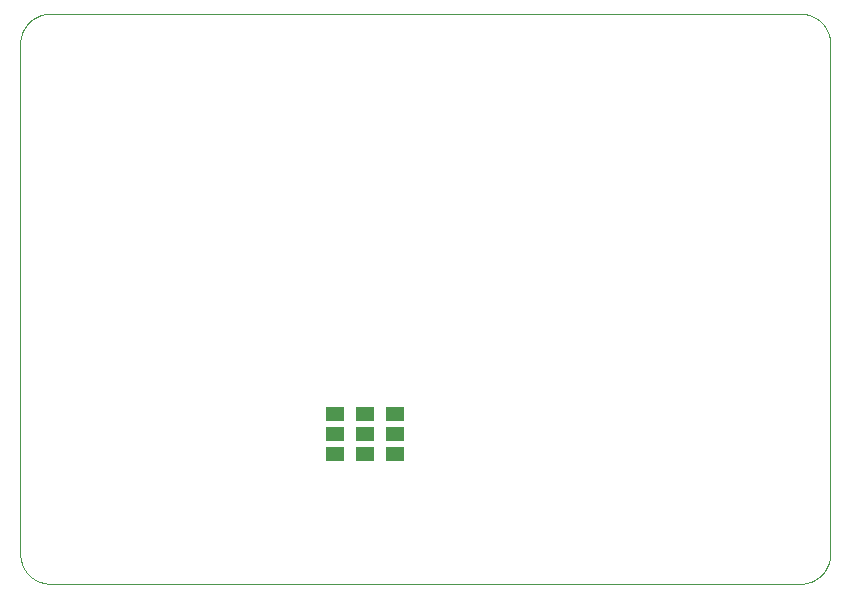
<source format=gbp>
G75*
%MOIN*%
%OFA0B0*%
%FSLAX25Y25*%
%IPPOS*%
%LPD*%
%AMOC8*
5,1,8,0,0,1.08239X$1,22.5*
%
%ADD10C,0.00000*%
%ADD11R,0.05906X0.05118*%
D10*
X0027919Y0011500D02*
X0277919Y0011500D01*
X0278161Y0011503D01*
X0278402Y0011512D01*
X0278643Y0011526D01*
X0278884Y0011547D01*
X0279124Y0011573D01*
X0279364Y0011605D01*
X0279603Y0011643D01*
X0279840Y0011686D01*
X0280077Y0011736D01*
X0280312Y0011791D01*
X0280546Y0011851D01*
X0280778Y0011918D01*
X0281009Y0011989D01*
X0281238Y0012067D01*
X0281465Y0012150D01*
X0281690Y0012238D01*
X0281913Y0012332D01*
X0282133Y0012431D01*
X0282351Y0012536D01*
X0282566Y0012645D01*
X0282779Y0012760D01*
X0282989Y0012880D01*
X0283195Y0013005D01*
X0283399Y0013135D01*
X0283600Y0013270D01*
X0283797Y0013410D01*
X0283991Y0013554D01*
X0284181Y0013703D01*
X0284367Y0013857D01*
X0284550Y0014015D01*
X0284729Y0014177D01*
X0284904Y0014344D01*
X0285075Y0014515D01*
X0285242Y0014690D01*
X0285404Y0014869D01*
X0285562Y0015052D01*
X0285716Y0015238D01*
X0285865Y0015428D01*
X0286009Y0015622D01*
X0286149Y0015819D01*
X0286284Y0016020D01*
X0286414Y0016224D01*
X0286539Y0016430D01*
X0286659Y0016640D01*
X0286774Y0016853D01*
X0286883Y0017068D01*
X0286988Y0017286D01*
X0287087Y0017506D01*
X0287181Y0017729D01*
X0287269Y0017954D01*
X0287352Y0018181D01*
X0287430Y0018410D01*
X0287501Y0018641D01*
X0287568Y0018873D01*
X0287628Y0019107D01*
X0287683Y0019342D01*
X0287733Y0019579D01*
X0287776Y0019816D01*
X0287814Y0020055D01*
X0287846Y0020295D01*
X0287872Y0020535D01*
X0287893Y0020776D01*
X0287907Y0021017D01*
X0287916Y0021258D01*
X0287919Y0021500D01*
X0287919Y0191500D01*
X0287916Y0191742D01*
X0287907Y0191983D01*
X0287893Y0192224D01*
X0287872Y0192465D01*
X0287846Y0192705D01*
X0287814Y0192945D01*
X0287776Y0193184D01*
X0287733Y0193421D01*
X0287683Y0193658D01*
X0287628Y0193893D01*
X0287568Y0194127D01*
X0287501Y0194359D01*
X0287430Y0194590D01*
X0287352Y0194819D01*
X0287269Y0195046D01*
X0287181Y0195271D01*
X0287087Y0195494D01*
X0286988Y0195714D01*
X0286883Y0195932D01*
X0286774Y0196147D01*
X0286659Y0196360D01*
X0286539Y0196570D01*
X0286414Y0196776D01*
X0286284Y0196980D01*
X0286149Y0197181D01*
X0286009Y0197378D01*
X0285865Y0197572D01*
X0285716Y0197762D01*
X0285562Y0197948D01*
X0285404Y0198131D01*
X0285242Y0198310D01*
X0285075Y0198485D01*
X0284904Y0198656D01*
X0284729Y0198823D01*
X0284550Y0198985D01*
X0284367Y0199143D01*
X0284181Y0199297D01*
X0283991Y0199446D01*
X0283797Y0199590D01*
X0283600Y0199730D01*
X0283399Y0199865D01*
X0283195Y0199995D01*
X0282989Y0200120D01*
X0282779Y0200240D01*
X0282566Y0200355D01*
X0282351Y0200464D01*
X0282133Y0200569D01*
X0281913Y0200668D01*
X0281690Y0200762D01*
X0281465Y0200850D01*
X0281238Y0200933D01*
X0281009Y0201011D01*
X0280778Y0201082D01*
X0280546Y0201149D01*
X0280312Y0201209D01*
X0280077Y0201264D01*
X0279840Y0201314D01*
X0279603Y0201357D01*
X0279364Y0201395D01*
X0279124Y0201427D01*
X0278884Y0201453D01*
X0278643Y0201474D01*
X0278402Y0201488D01*
X0278161Y0201497D01*
X0277919Y0201500D01*
X0027919Y0201500D01*
X0027677Y0201497D01*
X0027436Y0201488D01*
X0027195Y0201474D01*
X0026954Y0201453D01*
X0026714Y0201427D01*
X0026474Y0201395D01*
X0026235Y0201357D01*
X0025998Y0201314D01*
X0025761Y0201264D01*
X0025526Y0201209D01*
X0025292Y0201149D01*
X0025060Y0201082D01*
X0024829Y0201011D01*
X0024600Y0200933D01*
X0024373Y0200850D01*
X0024148Y0200762D01*
X0023925Y0200668D01*
X0023705Y0200569D01*
X0023487Y0200464D01*
X0023272Y0200355D01*
X0023059Y0200240D01*
X0022849Y0200120D01*
X0022643Y0199995D01*
X0022439Y0199865D01*
X0022238Y0199730D01*
X0022041Y0199590D01*
X0021847Y0199446D01*
X0021657Y0199297D01*
X0021471Y0199143D01*
X0021288Y0198985D01*
X0021109Y0198823D01*
X0020934Y0198656D01*
X0020763Y0198485D01*
X0020596Y0198310D01*
X0020434Y0198131D01*
X0020276Y0197948D01*
X0020122Y0197762D01*
X0019973Y0197572D01*
X0019829Y0197378D01*
X0019689Y0197181D01*
X0019554Y0196980D01*
X0019424Y0196776D01*
X0019299Y0196570D01*
X0019179Y0196360D01*
X0019064Y0196147D01*
X0018955Y0195932D01*
X0018850Y0195714D01*
X0018751Y0195494D01*
X0018657Y0195271D01*
X0018569Y0195046D01*
X0018486Y0194819D01*
X0018408Y0194590D01*
X0018337Y0194359D01*
X0018270Y0194127D01*
X0018210Y0193893D01*
X0018155Y0193658D01*
X0018105Y0193421D01*
X0018062Y0193184D01*
X0018024Y0192945D01*
X0017992Y0192705D01*
X0017966Y0192465D01*
X0017945Y0192224D01*
X0017931Y0191983D01*
X0017922Y0191742D01*
X0017919Y0191500D01*
X0017919Y0021500D01*
X0017922Y0021258D01*
X0017931Y0021017D01*
X0017945Y0020776D01*
X0017966Y0020535D01*
X0017992Y0020295D01*
X0018024Y0020055D01*
X0018062Y0019816D01*
X0018105Y0019579D01*
X0018155Y0019342D01*
X0018210Y0019107D01*
X0018270Y0018873D01*
X0018337Y0018641D01*
X0018408Y0018410D01*
X0018486Y0018181D01*
X0018569Y0017954D01*
X0018657Y0017729D01*
X0018751Y0017506D01*
X0018850Y0017286D01*
X0018955Y0017068D01*
X0019064Y0016853D01*
X0019179Y0016640D01*
X0019299Y0016430D01*
X0019424Y0016224D01*
X0019554Y0016020D01*
X0019689Y0015819D01*
X0019829Y0015622D01*
X0019973Y0015428D01*
X0020122Y0015238D01*
X0020276Y0015052D01*
X0020434Y0014869D01*
X0020596Y0014690D01*
X0020763Y0014515D01*
X0020934Y0014344D01*
X0021109Y0014177D01*
X0021288Y0014015D01*
X0021471Y0013857D01*
X0021657Y0013703D01*
X0021847Y0013554D01*
X0022041Y0013410D01*
X0022238Y0013270D01*
X0022439Y0013135D01*
X0022643Y0013005D01*
X0022849Y0012880D01*
X0023059Y0012760D01*
X0023272Y0012645D01*
X0023487Y0012536D01*
X0023705Y0012431D01*
X0023925Y0012332D01*
X0024148Y0012238D01*
X0024373Y0012150D01*
X0024600Y0012067D01*
X0024829Y0011989D01*
X0025060Y0011918D01*
X0025292Y0011851D01*
X0025526Y0011791D01*
X0025761Y0011736D01*
X0025998Y0011686D01*
X0026235Y0011643D01*
X0026474Y0011605D01*
X0026714Y0011573D01*
X0026954Y0011547D01*
X0027195Y0011526D01*
X0027436Y0011512D01*
X0027677Y0011503D01*
X0027919Y0011500D01*
D11*
X0122919Y0054807D03*
X0122919Y0061500D03*
X0132919Y0061500D03*
X0132919Y0054807D03*
X0142919Y0054807D03*
X0142919Y0061500D03*
X0142919Y0068193D03*
X0132919Y0068193D03*
X0122919Y0068193D03*
M02*

</source>
